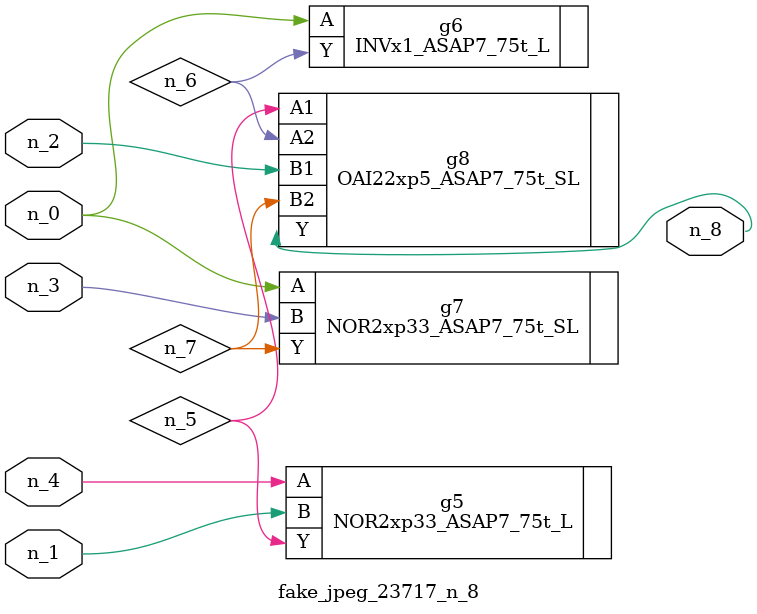
<source format=v>
module fake_jpeg_23717_n_8 (n_3, n_2, n_1, n_0, n_4, n_8);

input n_3;
input n_2;
input n_1;
input n_0;
input n_4;

output n_8;

wire n_6;
wire n_5;
wire n_7;

NOR2xp33_ASAP7_75t_L g5 ( 
.A(n_4),
.B(n_1),
.Y(n_5)
);

INVx1_ASAP7_75t_L g6 ( 
.A(n_0),
.Y(n_6)
);

NOR2xp33_ASAP7_75t_SL g7 ( 
.A(n_0),
.B(n_3),
.Y(n_7)
);

OAI22xp5_ASAP7_75t_SL g8 ( 
.A1(n_5),
.A2(n_6),
.B1(n_2),
.B2(n_7),
.Y(n_8)
);


endmodule
</source>
